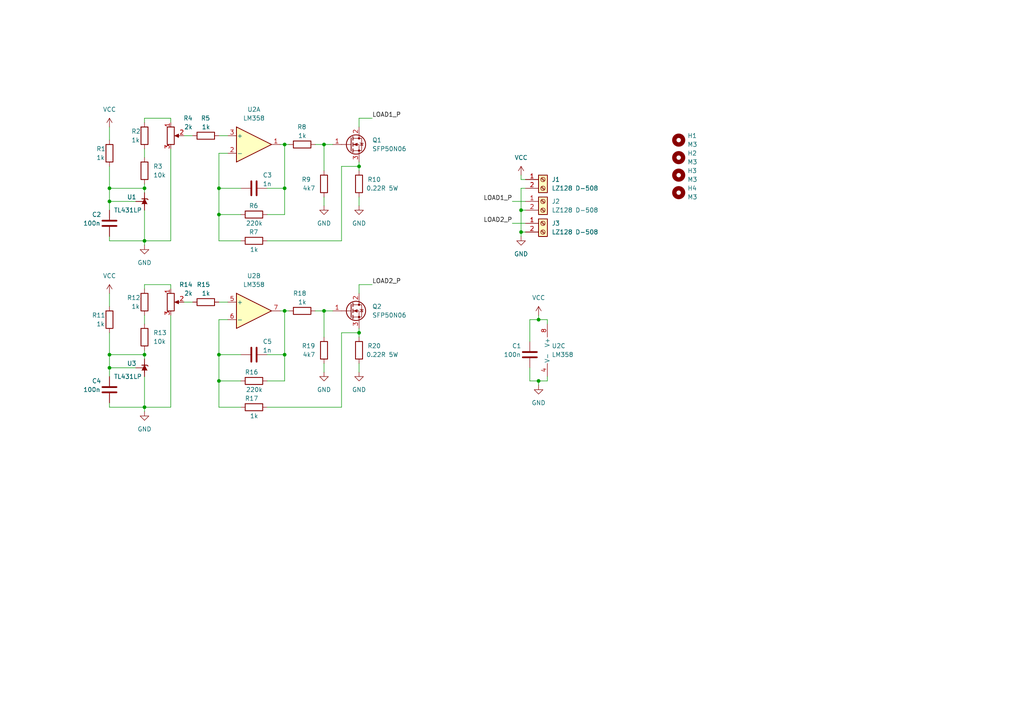
<source format=kicad_sch>
(kicad_sch (version 20211123) (generator eeschema)
  (paper "A4")
  (lib_symbols
    (symbol "Amplifier_Operational:LM358" (pin_names (offset 0.127))
      (property "Reference" "U" (at 0 5.08 0))
      (property "Value" "LM358" (at 0 -5.08 0))
      (symbol "LM358_1_1"
        (polyline (pts (xy -5.08 5.08) (xy 5.08 0) (xy -5.08 -5.08) (xy -5.08 5.08)) (stroke (width 0.254)) (fill (type background)))
        (pin output line (at 7.62 0 180) (length 2.54) (name "~") (number "1"))
        (pin input line (at -7.62 -2.54 0) (length 2.54) (name "-") (number "2"))
        (pin input line (at -7.62 2.54 0) (length 2.54) (name "+") (number "3"))
      )
      (symbol "LM358_2_1"
        (polyline (pts (xy -5.08 5.08) (xy 5.08 0) (xy -5.08 -5.08) (xy -5.08 5.08)) (stroke (width 0.254)) (fill (type background)))
        (pin input line (at -7.62 2.54 0) (length 2.54) (name "+") (number "5"))
        (pin input line (at -7.62 -2.54 0) (length 2.54) (name "-") (number "6"))
        (pin output line (at 7.62 0 180) (length 2.54) (name "~") (number "7"))
      )
      (symbol "LM358_3_1"
        (pin power_in line (at -2.54 -7.62 90) (length 3.81) (name "V-") (number "4"))
        (pin power_in line (at -2.54 7.62 270) (length 3.81) (name "V+") (number "8"))
      )
    )
    (symbol "Connector:Screw_Terminal_01x02" (pin_names (offset 1.016) hide)
      (property "Reference" "J" (at 0 2.54 0))
      (property "Value" "Screw_Terminal_01x02" (at 0 -5.08 0))
      (symbol "Screw_Terminal_01x02_1_1"
        (rectangle (start -1.27 1.27) (end 1.27 -3.81) (stroke (width 0.254)) (fill (type background)))
        (circle (center 0 -2.54) (radius 0.635) (stroke (width 0.1524)))
        (polyline (pts (xy -0.5334 -2.2098) (xy 0.3302 -3.048)) (stroke (width 0.1524)))
        (polyline (pts (xy -0.5334 0.3302) (xy 0.3302 -0.508)) (stroke (width 0.1524)))
        (polyline (pts (xy -0.3556 -2.032) (xy 0.508 -2.8702)) (stroke (width 0.1524)))
        (polyline (pts (xy -0.3556 0.508) (xy 0.508 -0.3302)) (stroke (width 0.1524)))
        (circle (center 0 0) (radius 0.635) (stroke (width 0.1524)))
        (pin passive line (at -5.08 0 0) (length 3.81) (name "Pin_1") (number "1"))
        (pin passive line (at -5.08 -2.54 0) (length 3.81) (name "Pin_2") (number "2"))
      )
    )
    (symbol "Device:C" (pin_numbers hide) (pin_names (offset 0.254))
      (property "Reference" "C" (at 0.635 2.54 0))
      (property "Value" "C" (at 0.635 -2.54 0))
      (symbol "C_0_1"
        (polyline (pts (xy -2.032 -0.762) (xy 2.032 -0.762)) (stroke (width 0.508)))
        (polyline (pts (xy -2.032 0.762) (xy 2.032 0.762)) (stroke (width 0.508)))
      )
      (symbol "C_1_1"
        (pin passive line (at 0 3.81 270) (length 2.794) (name "~") (number "1"))
        (pin passive line (at 0 -3.81 90) (length 2.794) (name "~") (number "2"))
      )
    )
    (symbol "Device:Q_NMOS_GDS" (pin_names (offset 0) hide)
      (property "Reference" "Q" (at 5.08 1.27 0))
      (property "Value" "Q_NMOS_GDS" (at 5.08 -1.27 0))
      (symbol "Q_NMOS_GDS_0_1"
        (polyline (pts (xy 0.254 0) (xy -2.54 0)))
        (polyline (pts (xy 0.254 1.905) (xy 0.254 -1.905)) (stroke (width 0.254)))
        (polyline (pts (xy 0.762 -1.27) (xy 0.762 -2.286)) (stroke (width 0.254)))
        (polyline (pts (xy 0.762 0.508) (xy 0.762 -0.508)) (stroke (width 0.254)))
        (polyline (pts (xy 0.762 2.286) (xy 0.762 1.27)) (stroke (width 0.254)))
        (polyline (pts (xy 2.54 2.54) (xy 2.54 1.778)))
        (polyline (pts (xy 2.54 -2.54) (xy 2.54 0) (xy 0.762 0)))
        (polyline (pts (xy 0.762 -1.778) (xy 3.302 -1.778) (xy 3.302 1.778) (xy 0.762 1.778)))
        (polyline (pts (xy 1.016 0) (xy 2.032 0.381) (xy 2.032 -0.381) (xy 1.016 0)) (fill (type outline)))
        (polyline (pts (xy 2.794 0.508) (xy 2.921 0.381) (xy 3.683 0.381) (xy 3.81 0.254)))
        (polyline (pts (xy 3.302 0.381) (xy 2.921 -0.254) (xy 3.683 -0.254) (xy 3.302 0.381)))
        (circle (center 1.651 0) (radius 2.794) (stroke (width 0.254)))
        (circle (center 2.54 -1.778) (radius 0.254) (fill (type outline)))
        (circle (center 2.54 1.778) (radius 0.254) (fill (type outline)))
      )
      (symbol "Q_NMOS_GDS_1_1"
        (pin input line (at -5.08 0 0) (length 2.54) (name "G") (number "1"))
        (pin passive line (at 2.54 5.08 270) (length 2.54) (name "D") (number "2"))
        (pin passive line (at 2.54 -5.08 90) (length 2.54) (name "S") (number "3"))
      )
    )
    (symbol "Device:R" (pin_numbers hide) (pin_names (offset 0))
      (property "Reference" "R" (at 2.032 0 90))
      (property "Value" "R" (at 0 0 90))
      (symbol "R_0_1"
        (rectangle (start -1.016 -2.54) (end 1.016 2.54) (stroke (width 0.254)))
      )
      (symbol "R_1_1"
        (pin passive line (at 0 3.81 270) (length 1.27) (name "~") (number "1"))
        (pin passive line (at 0 -3.81 90) (length 1.27) (name "~") (number "2"))
      )
    )
    (symbol "Device:R_Potentiometer" (pin_names (offset 1.016) hide)
      (property "Reference" "RV" (at -4.445 0 90))
      (property "Value" "R_Potentiometer" (at -2.54 0 90))
      (symbol "R_Potentiometer_0_1"
        (polyline (pts (xy 2.54 0) (xy 1.524 0)))
        (polyline (pts (xy 1.143 0) (xy 2.286 0.508) (xy 2.286 -0.508) (xy 1.143 0)) (fill (type outline)))
        (rectangle (start 1.016 2.54) (end -1.016 -2.54) (stroke (width 0.254)))
      )
      (symbol "R_Potentiometer_1_1"
        (pin passive line (at 0 3.81 270) (length 1.27) (name "1") (number "1"))
        (pin passive line (at 3.81 0 180) (length 1.27) (name "2") (number "2"))
        (pin passive line (at 0 -3.81 90) (length 1.27) (name "3") (number "3"))
      )
    )
    (symbol "Mechanical:MountingHole" (pin_names (offset 1.016))
      (property "Reference" "H" (at 0 5.08 0))
      (property "Value" "MountingHole" (at 0 3.175 0))
      (symbol "MountingHole_0_1"
        (circle (center 0 0) (radius 1.27) (stroke (width 1.27)))
      )
    )
    (symbol "Reference_Voltage:TL431LP" (pin_numbers hide) (pin_names hide)
      (property "Reference" "U" (at -2.54 2.54 0))
      (property "Value" "TL431LP" (at 0 -2.54 0))
      (symbol "TL431LP_0_1"
        (polyline (pts (xy -1.27 0) (xy 0 0) (xy 1.27 0)))
        (polyline (pts (xy -0.762 0.762) (xy 0.762 0) (xy -0.762 -0.762)) (fill (type outline)))
        (polyline (pts (xy 0.508 -1.016) (xy 0.762 -0.762) (xy 0.762 0.762) (xy 0.762 0.762)) (stroke (width 0.254)))
      )
      (symbol "TL431LP_1_1"
        (pin passive line (at 0 2.54 270) (length 2.54) (name "REF") (number "1"))
        (pin passive line (at -2.54 0 0) (length 2.54) (name "A") (number "2"))
        (pin passive line (at 2.54 0 180) (length 2.54) (name "K") (number "3"))
      )
    )
    (symbol "power:GND" (power) (pin_names (offset 0))
      (property "Value" "GND" (at 0 -3.81 0))
      (symbol "GND_0_1"
        (polyline (pts (xy 0 0) (xy 0 -1.27) (xy 1.27 -1.27) (xy 0 -2.54) (xy -1.27 -1.27) (xy 0 -1.27)))
      )
      (symbol "GND_1_1"
        (pin power_in line (at 0 0 270) (length 0) hide (name "GND") (number "1"))
      )
    )
    (symbol "power:VCC" (power) (pin_names (offset 0))
      (property "Value" "VCC" (at 0 3.81 0))
      (symbol "VCC_0_1"
        (polyline (pts (xy -0.762 1.27) (xy 0 2.54)))
        (polyline (pts (xy 0 0) (xy 0 2.54)))
        (polyline (pts (xy 0 2.54) (xy 0.762 1.27)))
      )
      (symbol "VCC_1_1"
        (pin power_in line (at 0 0 90) (length 0) hide (name "VCC") (number "1"))
      )
    )
  )
  (junction (at 41.91 54.61))
  (junction (at 156.21 92.71))
  (junction (at 82.55 102.87))
  (junction (at 63.5 110.49))
  (junction (at 41.91 102.87))
  (junction (at 31.75 106.68))
  (junction (at 104.14 96.52))
  (junction (at 31.75 102.87))
  (junction (at 63.5 54.61))
  (junction (at 31.75 54.61))
  (junction (at 156.21 110.49))
  (junction (at 41.91 69.85))
  (junction (at 93.98 41.91))
  (junction (at 82.55 54.61))
  (junction (at 82.55 90.17))
  (junction (at 82.55 41.91))
  (junction (at 41.91 118.11))
  (junction (at 63.5 102.87))
  (junction (at 151.13 67.31))
  (junction (at 31.75 58.42))
  (junction (at 93.98 90.17))
  (junction (at 104.14 48.26))
  (junction (at 63.5 62.23))
  (junction (at 151.13 60.96))
  (wire (pts (xy 53.34 87.63) (xy 55.88 87.63)))
  (wire (pts (xy 31.75 85.09) (xy 31.75 88.9)))
  (wire (pts (xy 158.75 93.98) (xy 158.75 92.71)))
  (wire (pts (xy 82.55 62.23) (xy 82.55 54.61)))
  (wire (pts (xy 49.53 82.55) (xy 49.53 83.82)))
  (wire (pts (xy 104.14 36.83) (xy 104.14 34.29)))
  (wire (pts (xy 41.91 91.44) (xy 41.91 93.98)))
  (wire (pts (xy 31.75 54.61) (xy 41.91 54.61)))
  (wire (pts (xy 93.98 41.91) (xy 93.98 49.53)))
  (wire (pts (xy 41.91 118.11) (xy 41.91 119.38)))
  (wire (pts (xy 31.75 68.58) (xy 31.75 69.85)))
  (wire (pts (xy 104.14 105.41) (xy 104.14 107.95)))
  (wire (pts (xy 82.55 41.91) (xy 83.82 41.91)))
  (wire (pts (xy 148.59 58.42) (xy 152.4 58.42)))
  (wire (pts (xy 77.47 110.49) (xy 82.55 110.49)))
  (wire (pts (xy 153.67 92.71) (xy 153.67 99.06)))
  (wire (pts (xy 82.55 90.17) (xy 83.82 90.17)))
  (wire (pts (xy 31.75 106.68) (xy 31.75 109.22)))
  (wire (pts (xy 104.14 57.15) (xy 104.14 59.69)))
  (wire (pts (xy 82.55 41.91) (xy 82.55 54.61)))
  (wire (pts (xy 81.28 41.91) (xy 82.55 41.91)))
  (wire (pts (xy 53.34 39.37) (xy 55.88 39.37)))
  (wire (pts (xy 151.13 60.96) (xy 152.4 60.96)))
  (wire (pts (xy 99.06 48.26) (xy 104.14 48.26)))
  (wire (pts (xy 66.04 92.71) (xy 63.5 92.71)))
  (wire (pts (xy 151.13 67.31) (xy 151.13 68.58)))
  (wire (pts (xy 31.75 54.61) (xy 31.75 58.42)))
  (wire (pts (xy 41.91 109.22) (xy 41.91 118.11)))
  (wire (pts (xy 151.13 50.8) (xy 151.13 52.07)))
  (wire (pts (xy 63.5 69.85) (xy 63.5 62.23)))
  (wire (pts (xy 69.85 62.23) (xy 63.5 62.23)))
  (wire (pts (xy 77.47 102.87) (xy 82.55 102.87)))
  (wire (pts (xy 104.14 46.99) (xy 104.14 48.26)))
  (wire (pts (xy 31.75 106.68) (xy 39.37 106.68)))
  (wire (pts (xy 156.21 110.49) (xy 153.67 110.49)))
  (wire (pts (xy 158.75 92.71) (xy 156.21 92.71)))
  (wire (pts (xy 41.91 35.56) (xy 41.91 34.29)))
  (wire (pts (xy 63.5 44.45) (xy 63.5 54.61)))
  (wire (pts (xy 63.5 102.87) (xy 69.85 102.87)))
  (wire (pts (xy 41.91 43.18) (xy 41.91 45.72)))
  (wire (pts (xy 156.21 91.44) (xy 156.21 92.71)))
  (wire (pts (xy 77.47 118.11) (xy 99.06 118.11)))
  (wire (pts (xy 82.55 90.17) (xy 82.55 102.87)))
  (wire (pts (xy 63.5 62.23) (xy 63.5 54.61)))
  (wire (pts (xy 63.5 39.37) (xy 66.04 39.37)))
  (wire (pts (xy 41.91 82.55) (xy 49.53 82.55)))
  (wire (pts (xy 151.13 67.31) (xy 152.4 67.31)))
  (wire (pts (xy 93.98 57.15) (xy 93.98 59.69)))
  (wire (pts (xy 77.47 69.85) (xy 99.06 69.85)))
  (wire (pts (xy 77.47 62.23) (xy 82.55 62.23)))
  (wire (pts (xy 148.59 64.77) (xy 152.4 64.77)))
  (wire (pts (xy 63.5 54.61) (xy 69.85 54.61)))
  (wire (pts (xy 69.85 69.85) (xy 63.5 69.85)))
  (wire (pts (xy 156.21 92.71) (xy 153.67 92.71)))
  (wire (pts (xy 31.75 102.87) (xy 31.75 106.68)))
  (wire (pts (xy 31.75 36.83) (xy 31.75 40.64)))
  (wire (pts (xy 41.91 83.82) (xy 41.91 82.55)))
  (wire (pts (xy 93.98 41.91) (xy 96.52 41.91)))
  (wire (pts (xy 104.14 48.26) (xy 104.14 49.53)))
  (wire (pts (xy 31.75 58.42) (xy 31.75 60.96)))
  (wire (pts (xy 99.06 69.85) (xy 99.06 48.26)))
  (wire (pts (xy 152.4 54.61) (xy 151.13 54.61)))
  (wire (pts (xy 63.5 92.71) (xy 63.5 102.87)))
  (wire (pts (xy 158.75 109.22) (xy 158.75 110.49)))
  (wire (pts (xy 104.14 96.52) (xy 104.14 97.79)))
  (wire (pts (xy 31.75 116.84) (xy 31.75 118.11)))
  (wire (pts (xy 66.04 44.45) (xy 63.5 44.45)))
  (wire (pts (xy 77.47 54.61) (xy 82.55 54.61)))
  (wire (pts (xy 49.53 91.44) (xy 49.53 118.11)))
  (wire (pts (xy 156.21 110.49) (xy 156.21 111.76)))
  (wire (pts (xy 49.53 34.29) (xy 49.53 35.56)))
  (wire (pts (xy 104.14 82.55) (xy 107.95 82.55)))
  (wire (pts (xy 82.55 110.49) (xy 82.55 102.87)))
  (wire (pts (xy 41.91 54.61) (xy 41.91 55.88)))
  (wire (pts (xy 63.5 110.49) (xy 63.5 102.87)))
  (wire (pts (xy 104.14 95.25) (xy 104.14 96.52)))
  (wire (pts (xy 41.91 101.6) (xy 41.91 102.87)))
  (wire (pts (xy 49.53 43.18) (xy 49.53 69.85)))
  (wire (pts (xy 41.91 53.34) (xy 41.91 54.61)))
  (wire (pts (xy 153.67 110.49) (xy 153.67 106.68)))
  (wire (pts (xy 93.98 90.17) (xy 93.98 97.79)))
  (wire (pts (xy 41.91 60.96) (xy 41.91 69.85)))
  (wire (pts (xy 63.5 118.11) (xy 63.5 110.49)))
  (wire (pts (xy 31.75 48.26) (xy 31.75 54.61)))
  (wire (pts (xy 49.53 69.85) (xy 41.91 69.85)))
  (wire (pts (xy 41.91 102.87) (xy 41.91 104.14)))
  (wire (pts (xy 91.44 41.91) (xy 93.98 41.91)))
  (wire (pts (xy 151.13 52.07) (xy 152.4 52.07)))
  (wire (pts (xy 41.91 69.85) (xy 41.91 71.12)))
  (wire (pts (xy 151.13 54.61) (xy 151.13 60.96)))
  (wire (pts (xy 41.91 34.29) (xy 49.53 34.29)))
  (wire (pts (xy 91.44 90.17) (xy 93.98 90.17)))
  (wire (pts (xy 104.14 85.09) (xy 104.14 82.55)))
  (wire (pts (xy 104.14 34.29) (xy 107.95 34.29)))
  (wire (pts (xy 69.85 110.49) (xy 63.5 110.49)))
  (wire (pts (xy 31.75 58.42) (xy 39.37 58.42)))
  (wire (pts (xy 151.13 60.96) (xy 151.13 67.31)))
  (wire (pts (xy 31.75 118.11) (xy 41.91 118.11)))
  (wire (pts (xy 99.06 118.11) (xy 99.06 96.52)))
  (wire (pts (xy 93.98 105.41) (xy 93.98 107.95)))
  (wire (pts (xy 81.28 90.17) (xy 82.55 90.17)))
  (wire (pts (xy 69.85 118.11) (xy 63.5 118.11)))
  (wire (pts (xy 158.75 110.49) (xy 156.21 110.49)))
  (wire (pts (xy 49.53 118.11) (xy 41.91 118.11)))
  (wire (pts (xy 31.75 69.85) (xy 41.91 69.85)))
  (wire (pts (xy 63.5 87.63) (xy 66.04 87.63)))
  (wire (pts (xy 31.75 96.52) (xy 31.75 102.87)))
  (wire (pts (xy 93.98 90.17) (xy 96.52 90.17)))
  (wire (pts (xy 99.06 96.52) (xy 104.14 96.52)))
  (wire (pts (xy 31.75 102.87) (xy 41.91 102.87)))
  (label "LOAD2_P" (at 107.95 82.55 0))
  (label "LOAD1_P" (at 107.95 34.29 0))
  (label "LOAD1_P" (at 148.59 58.42 180))
  (label "LOAD2_P" (at 148.59 64.77 180))
  (symbol (lib_id "power:GND") (at 41.91 119.38 0) (unit 1)
    (property "Reference" "#PWR0105" (effects hide))
    (property "Value" "GND" (at 41.91 124.46 0))
  )
  (symbol (lib_id "Connector:Screw_Terminal_01x02") (at 157.48 58.42 0) (unit 1)
    (property "Reference" "J2" (at 160.02 58.4199 0) (effects (justify left)))
    (property "Value" "LZ128 D-508" (at 160.02 60.9599 0) (effects (justify left)))
    (property "Footprint" "Custom_Footprints:Lianzhe_LZ128_D-508_2" (effects hide))
  )
  (symbol (lib_id "power:GND") (at 93.98 107.95 0) (unit 1)
    (property "Reference" "#PWR0112" (effects hide))
    (property "Value" "GND" (at 93.98 113.03 0))
  )
  (symbol (lib_id "Device:R") (at 59.69 87.63 90) (unit 1)
    (property "Reference" "R15" (at 60.96 82.55 90) (effects (justify left)))
    (property "Value" "1k" (at 60.96 85.09 90) (effects (justify left)))
    (property "Footprint" "Resistor_THT:R_Axial_DIN0207_L6.3mm_D2.5mm_P7.62mm_Horizontal" (effects hide))
  )
  (symbol (lib_id "Device:R") (at 41.91 97.79 0) (unit 1)
    (property "Reference" "R13" (at 44.45 96.5199 0) (effects (justify left)))
    (property "Value" "10k" (at 44.45 99.0599 0) (effects (justify left)))
    (property "Footprint" "Resistor_THT:R_Axial_DIN0207_L6.3mm_D2.5mm_P7.62mm_Horizontal" (effects hide))
  )
  (symbol (lib_id "Mechanical:MountingHole") (at 196.85 45.72 0) (unit 1)
    (property "Reference" "H2" (at 199.39 44.4499 0) (effects (justify left)))
    (property "Value" "M3" (at 199.39 46.9899 0) (effects (justify left)))
    (property "Footprint" "MountingHole:MountingHole_3.2mm_M3" (effects hide))
  )
  (symbol (lib_id "Device:R") (at 87.63 90.17 90) (unit 1)
    (property "Reference" "R18" (at 88.9 85.09 90) (effects (justify left)))
    (property "Value" "1k" (at 88.9 87.63 90) (effects (justify left)))
    (property "Footprint" "Resistor_THT:R_Axial_DIN0207_L6.3mm_D2.5mm_P7.62mm_Horizontal" (effects hide))
  )
  (symbol (lib_id "Connector:Screw_Terminal_01x02") (at 157.48 64.77 0) (unit 1)
    (property "Reference" "J3" (at 160.02 64.7699 0) (effects (justify left)))
    (property "Value" "LZ128 D-508" (at 160.02 67.3099 0) (effects (justify left)))
    (property "Footprint" "Custom_Footprints:Lianzhe_LZ128_D-508_2" (effects hide))
  )
  (symbol (lib_id "power:GND") (at 104.14 107.95 0) (unit 1)
    (property "Reference" "#PWR0113" (effects hide))
    (property "Value" "GND" (at 104.14 113.03 0))
  )
  (symbol (lib_id "power:GND") (at 151.13 68.58 0) (unit 1)
    (property "Reference" "#PWR0108" (effects hide))
    (property "Value" "GND" (at 151.13 73.66 0))
  )
  (symbol (lib_id "Device:R") (at 41.91 39.37 0) (unit 1)
    (property "Reference" "R2" (at 38.1 38.1 0) (effects (justify left)))
    (property "Value" "1k" (at 38.1 40.64 0) (effects (justify left)))
    (property "Footprint" "Resistor_THT:R_Axial_DIN0207_L6.3mm_D2.5mm_P7.62mm_Horizontal" (effects hide))
  )
  (symbol (lib_id "Device:R_Potentiometer") (at 49.53 39.37 0) (unit 1)
    (property "Reference" "R4" (at 55.88 34.29 0) (effects (justify right)))
    (property "Value" "2k" (at 55.88 36.83 0) (effects (justify right)))
    (property "Footprint" "Potentiometer_THT:Potentiometer_Bourns_3296W_Vertical" (effects hide))
  )
  (symbol (lib_id "Amplifier_Operational:LM358") (at 73.66 41.91 0) (unit 1)
    (property "Reference" "U2" (at 73.66 31.75 0))
    (property "Value" "LM358" (at 73.66 34.29 0))
    (property "Footprint" "Package_DIP:DIP-8_W7.62mm_LongPads" (effects hide))
    (property "Datasheet" "http://www.ti.com/lit/ds/symlink/lm2904-n.pdf" (effects hide))
  )
  (symbol (lib_id "power:VCC") (at 156.21 91.44 0) (unit 1)
    (property "Reference" "#PWR0107" (effects hide))
    (property "Value" "VCC" (at 156.21 86.36 0))
  )
  (symbol (lib_id "Device:R") (at 73.66 118.11 90) (unit 1)
    (property "Reference" "R17" (at 74.93 115.57 90) (effects (justify left)))
    (property "Value" "1k" (at 74.93 120.65 90) (effects (justify left)))
    (property "Footprint" "Resistor_THT:R_Axial_DIN0207_L6.3mm_D2.5mm_P7.62mm_Horizontal" (effects hide))
  )
  (symbol (lib_id "Device:C") (at 73.66 54.61 90) (unit 1)
    (property "Reference" "C3" (at 76.2 50.8 90) (effects (justify right)))
    (property "Value" "1n" (at 76.2 53.34 90) (effects (justify right)))
    (property "Footprint" "Capacitor_THT:C_Disc_D5.1mm_W3.2mm_P5.00mm" (effects hide))
  )
  (symbol (lib_id "Device:R") (at 31.75 92.71 0) (unit 1)
    (property "Reference" "R11" (at 26.67 91.44 0) (effects (justify left)))
    (property "Value" "1k" (at 27.94 93.98 0) (effects (justify left)))
    (property "Footprint" "Resistor_THT:R_Axial_DIN0207_L6.3mm_D2.5mm_P7.62mm_Horizontal" (effects hide))
  )
  (symbol (lib_id "Mechanical:MountingHole") (at 196.85 55.88 0) (unit 1)
    (property "Reference" "H4" (at 199.39 54.6099 0) (effects (justify left)))
    (property "Value" "M3" (at 199.39 57.1499 0) (effects (justify left)))
    (property "Footprint" "MountingHole:MountingHole_3.2mm_M3" (effects hide))
  )
  (symbol (lib_id "Reference_Voltage:TL431LP") (at 41.91 106.68 90) (unit 1)
    (property "Reference" "U3" (at 36.83 105.41 90) (effects (justify right)))
    (property "Value" "TL431LP" (at 33.02 109.22 90) (effects (justify right)))
    (property "Footprint" "Package_TO_SOT_THT:TO-92L_HandSolder" (effects hide))
    (property "Datasheet" "http://www.ti.com/lit/ds/symlink/tl431.pdf" (effects hide))
  )
  (symbol (lib_id "power:GND") (at 93.98 59.69 0) (unit 1)
    (property "Reference" "#PWR0101" (effects hide))
    (property "Value" "GND" (at 93.98 64.77 0))
  )
  (symbol (lib_id "power:VCC") (at 31.75 36.83 0) (unit 1)
    (property "Reference" "#PWR0103" (effects hide))
    (property "Value" "VCC" (at 31.75 31.75 0))
  )
  (symbol (lib_id "power:VCC") (at 151.13 50.8 0) (unit 1)
    (property "Reference" "#PWR0111" (effects hide))
    (property "Value" "VCC" (at 151.13 45.72 0))
  )
  (symbol (lib_id "Device:R") (at 93.98 101.6 180) (unit 1)
    (property "Reference" "R19" (at 91.44 100.33 0) (effects (justify left)))
    (property "Value" "4k7" (at 91.44 102.87 0) (effects (justify left)))
    (property "Footprint" "Resistor_THT:R_Axial_DIN0207_L6.3mm_D2.5mm_P7.62mm_Horizontal" (effects hide))
  )
  (symbol (lib_id "Device:R") (at 93.98 53.34 180) (unit 1)
    (property "Reference" "R9" (at 90.17 52.07 0) (effects (justify left)))
    (property "Value" "4k7" (at 91.44 54.61 0) (effects (justify left)))
    (property "Footprint" "Resistor_THT:R_Axial_DIN0207_L6.3mm_D2.5mm_P7.62mm_Horizontal" (effects hide))
  )
  (symbol (lib_id "power:VCC") (at 31.75 85.09 0) (unit 1)
    (property "Reference" "#PWR0106" (effects hide))
    (property "Value" "VCC" (at 31.75 80.01 0))
  )
  (symbol (lib_id "Reference_Voltage:TL431LP") (at 41.91 58.42 90) (unit 1)
    (property "Reference" "U1" (at 36.83 57.15 90) (effects (justify right)))
    (property "Value" "TL431LP" (at 33.02 60.96 90) (effects (justify right)))
    (property "Footprint" "Package_TO_SOT_THT:TO-92L_HandSolder" (effects hide))
    (property "Datasheet" "http://www.ti.com/lit/ds/symlink/tl431.pdf" (effects hide))
  )
  (symbol (lib_id "Connector:Screw_Terminal_01x02") (at 157.48 52.07 0) (unit 1)
    (property "Reference" "J1" (at 160.02 52.0699 0) (effects (justify left)))
    (property "Value" "LZ128 D-508" (at 160.02 54.6099 0) (effects (justify left)))
    (property "Footprint" "Custom_Footprints:Lianzhe_LZ128_D-508_2" (effects hide))
  )
  (symbol (lib_id "Amplifier_Operational:LM358") (at 73.66 90.17 0) (unit 2)
    (property "Reference" "U2" (at 73.66 80.01 0))
    (property "Value" "LM358" (at 73.66 82.55 0))
    (property "Footprint" "Package_DIP:DIP-8_W7.62mm_LongPads" (effects hide))
    (property "Datasheet" "http://www.ti.com/lit/ds/symlink/lm2904-n.pdf" (effects hide))
  )
  (symbol (lib_id "Device:C") (at 153.67 102.87 0) (unit 1)
    (property "Reference" "C1" (at 149.86 100.33 0))
    (property "Value" "100n" (at 148.59 102.87 0))
    (property "Footprint" "Capacitor_THT:C_Disc_D5.1mm_W3.2mm_P5.00mm" (effects hide))
  )
  (symbol (lib_id "Device:R") (at 31.75 44.45 0) (unit 1)
    (property "Reference" "R1" (at 27.94 43.18 0) (effects (justify left)))
    (property "Value" "1k" (at 27.94 45.72 0) (effects (justify left)))
    (property "Footprint" "Resistor_THT:R_Axial_DIN0207_L6.3mm_D2.5mm_P7.62mm_Horizontal" (effects hide))
  )
  (symbol (lib_id "Device:Q_NMOS_GDS") (at 101.6 41.91 0) (unit 1)
    (property "Reference" "Q1" (at 107.95 40.6399 0) (effects (justify left)))
    (property "Value" "SFP50N06" (at 107.95 43.1799 0) (effects (justify left)))
    (property "Footprint" "Package_TO_SOT_THT:TO-220-3_Vertical" (effects hide))
  )
  (symbol (lib_id "Device:R") (at 73.66 110.49 90) (unit 1)
    (property "Reference" "R16" (at 74.93 107.95 90) (effects (justify left)))
    (property "Value" "220k" (at 76.2 113.03 90) (effects (justify left)))
    (property "Footprint" "Resistor_THT:R_Axial_DIN0207_L6.3mm_D2.5mm_P7.62mm_Horizontal" (effects hide))
  )
  (symbol (lib_id "Device:R_Potentiometer") (at 49.53 87.63 0) (unit 1)
    (property "Reference" "R14" (at 55.88 82.55 0) (effects (justify right)))
    (property "Value" "2k" (at 55.88 85.09 0) (effects (justify right)))
    (property "Footprint" "Potentiometer_THT:Potentiometer_Bourns_3296W_Vertical" (effects hide))
  )
  (symbol (lib_id "Device:Q_NMOS_GDS") (at 101.6 90.17 0) (unit 1)
    (property "Reference" "Q2" (at 107.95 88.8999 0) (effects (justify left)))
    (property "Value" "SFP50N06" (at 107.95 91.4399 0) (effects (justify left)))
    (property "Footprint" "Package_TO_SOT_THT:TO-220-3_Vertical" (effects hide))
  )
  (symbol (lib_id "power:GND") (at 104.14 59.69 0) (unit 1)
    (property "Reference" "#PWR0102" (effects hide))
    (property "Value" "GND" (at 104.14 64.77 0))
  )
  (symbol (lib_id "Device:R") (at 41.91 49.53 0) (unit 1)
    (property "Reference" "R3" (at 44.45 48.2599 0) (effects (justify left)))
    (property "Value" "10k" (at 44.45 50.7999 0) (effects (justify left)))
    (property "Footprint" "Resistor_THT:R_Axial_DIN0207_L6.3mm_D2.5mm_P7.62mm_Horizontal" (effects hide))
  )
  (symbol (lib_id "Device:R") (at 73.66 69.85 90) (unit 1)
    (property "Reference" "R7" (at 74.93 67.31 90) (effects (justify left)))
    (property "Value" "1k" (at 74.93 72.39 90) (effects (justify left)))
    (property "Footprint" "Resistor_THT:R_Axial_DIN0207_L6.3mm_D2.5mm_P7.62mm_Horizontal" (effects hide))
  )
  (symbol (lib_id "Device:R") (at 87.63 41.91 90) (unit 1)
    (property "Reference" "R8" (at 88.9 36.83 90) (effects (justify left)))
    (property "Value" "1k" (at 88.9 39.37 90) (effects (justify left)))
    (property "Footprint" "Resistor_THT:R_Axial_DIN0207_L6.3mm_D2.5mm_P7.62mm_Horizontal" (effects hide))
  )
  (symbol (lib_id "Device:R") (at 59.69 39.37 90) (unit 1)
    (property "Reference" "R5" (at 60.96 34.29 90) (effects (justify left)))
    (property "Value" "1k" (at 60.96 36.83 90) (effects (justify left)))
    (property "Footprint" "Resistor_THT:R_Axial_DIN0207_L6.3mm_D2.5mm_P7.62mm_Horizontal" (effects hide))
  )
  (symbol (lib_id "Device:R") (at 41.91 87.63 0) (unit 1)
    (property "Reference" "R12" (at 36.83 86.36 0) (effects (justify left)))
    (property "Value" "1k" (at 38.1 88.9 0) (effects (justify left)))
    (property "Footprint" "Resistor_THT:R_Axial_DIN0207_L6.3mm_D2.5mm_P7.62mm_Horizontal" (effects hide))
  )
  (symbol (lib_id "Device:R") (at 73.66 62.23 90) (unit 1)
    (property "Reference" "R6" (at 74.93 59.69 90) (effects (justify left)))
    (property "Value" "220k" (at 76.2 64.77 90) (effects (justify left)))
    (property "Footprint" "Resistor_THT:R_Axial_DIN0207_L6.3mm_D2.5mm_P7.62mm_Horizontal" (effects hide))
  )
  (symbol (lib_id "Amplifier_Operational:LM358") (at 161.29 101.6 0) (unit 3)
    (property "Reference" "U2" (at 160.02 100.3299 0) (effects (justify left)))
    (property "Value" "LM358" (at 160.02 102.8699 0) (effects (justify left)))
    (property "Footprint" "Package_DIP:DIP-8_W7.62mm_LongPads" (effects hide))
    (property "Datasheet" "http://www.ti.com/lit/ds/symlink/lm2904-n.pdf" (effects hide))
  )
  (symbol (lib_id "Device:C") (at 31.75 64.77 180) (unit 1)
    (property "Reference" "C2" (at 26.67 62.23 0) (effects (justify right)))
    (property "Value" "100n" (at 24.13 64.77 0) (effects (justify right)))
    (property "Footprint" "Capacitor_THT:C_Disc_D5.1mm_W3.2mm_P5.00mm" (effects hide))
  )
  (symbol (lib_id "Device:R") (at 104.14 53.34 180) (unit 1)
    (property "Reference" "R10" (at 110.49 52.07 0) (effects (justify left)))
    (property "Value" "0.22R 5W" (at 115.57 54.61 0) (effects (justify left)))
    (property "Footprint" "Resistor_THT:R_Box_L14.0mm_W5.0mm_P9.00mm" (effects hide))
  )
  (symbol (lib_id "Device:C") (at 73.66 102.87 90) (unit 1)
    (property "Reference" "C5" (at 76.2 99.06 90) (effects (justify right)))
    (property "Value" "1n" (at 76.2 101.6 90) (effects (justify right)))
    (property "Footprint" "Capacitor_THT:C_Disc_D5.1mm_W3.2mm_P5.00mm" (effects hide))
  )
  (symbol (lib_id "Device:R") (at 104.14 101.6 180) (unit 1)
    (property "Reference" "R20" (at 110.49 100.33 0) (effects (justify left)))
    (property "Value" "0.22R 5W" (at 115.57 102.87 0) (effects (justify left)))
    (property "Footprint" "Resistor_THT:R_Box_L14.0mm_W5.0mm_P9.00mm" (effects hide))
  )
  (symbol (lib_id "power:GND") (at 41.91 71.12 0) (unit 1)
    (property "Reference" "#PWR0104" (effects hide))
    (property "Value" "GND" (at 41.91 76.2 0))
  )
  (symbol (lib_id "Device:C") (at 31.75 113.03 180) (unit 1)
    (property "Reference" "C4" (at 26.67 110.49 0) (effects (justify right)))
    (property "Value" "100n" (at 24.13 113.03 0) (effects (justify right)))
    (property "Footprint" "Capacitor_THT:C_Disc_D5.1mm_W3.2mm_P5.00mm" (effects hide))
  )
  (symbol (lib_id "Mechanical:MountingHole") (at 196.85 40.64 0) (unit 1)
    (property "Reference" "H1" (at 199.39 39.3699 0) (effects (justify left)))
    (property "Value" "M3" (at 199.39 41.9099 0) (effects (justify left)))
    (property "Footprint" "MountingHole:MountingHole_3.2mm_M3" (effects hide))
  )
  (symbol (lib_id "power:GND") (at 156.21 111.76 0) (unit 1)
    (property "Reference" "#PWR0109" (effects hide))
    (property "Value" "GND" (at 156.21 116.84 0))
  )
  (symbol (lib_id "Mechanical:MountingHole") (at 196.85 50.8 0) (unit 1)
    (property "Reference" "H3" (at 199.39 49.5299 0) (effects (justify left)))
    (property "Value" "M3" (at 199.39 52.0699 0) (effects (justify left)))
    (property "Footprint" "MountingHole:MountingHole_3.2mm_M3" (effects hide))
  )
)
</source>
